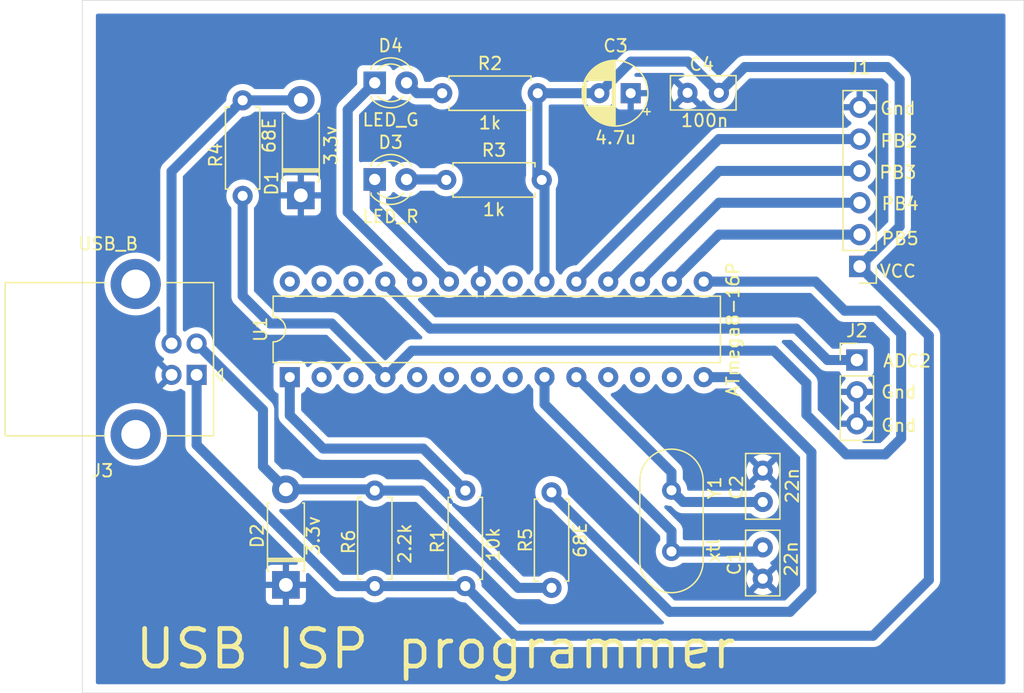
<source format=kicad_pcb>
(kicad_pcb (version 20240108) (generator "pcbnew") (generator_version "8.0")
  (layers (0 "F.Cu" signal) (31 "B.Cu" signal) (34 "B.Paste" user) (35 "F.Paste" user) (36 "B.SilkS" user "B.Silkscreen") (37 "F.SilkS" user "F.Silkscreen") (38 "B.Mask" user) (39 "F.Mask" user) (44 "Edge.Cuts" user))
  (net 0 "")
  (net 1 "Net-(U1-PB6{slash}XTAL1)")
  (net 2 "/Gnd")
  (net 3 "Net-(U1-PB7{slash}XTAL2)")
  (net 4 "/Vcc")
  (net 5 "Net-(D1-A)")
  (net 6 "Net-(D2-A)")
  (net 7 "Net-(D3-A)")
  (net 8 "Net-(D3-K)")
  (net 9 "Net-(D4-K)")
  (net 10 "Net-(D4-A)")
  (net 11 "Net-(J1-Pin_5)")
  (net 12 "Net-(J1-Pin_3)")
  (net 13 "Net-(J1-Pin_2)")
  (net 14 "Net-(J2-Pin_1)")
  (net 17 "Net-(U1-PC6{slash}~{RESET})")
  (net 18 "Net-(U1-PB1)")
  (net 19 "Net-(U1-PB0)")
  (net 33 "Net-(J1-Pin_4)")
  (footprint "Resistor_THT:R_Axial_DIN0207_L6.3mm_D2.5mm_P7.62mm_Horizontal" (layer "F.Cu") (at 152.31 76.1)
    (property "Reference" "R2" (at 3.81 -2.37 0) (layer "F.SilkS"))
    (property "Value" "1k" (at 3.81 2.37 0) (layer "F.SilkS"))
    (fp_line (start 0.54 -1.37) (end 7.08 -1.37) (stroke (width 0.12)) (layer "F.SilkS"))
    (fp_line (start 0.54 -1.04) (end 0.54 -1.37) (stroke (width 0.12)) (layer "F.SilkS"))
    (fp_line (start 0.54 1.04) (end 0.54 1.37) (stroke (width 0.12)) (layer "F.SilkS"))
    (fp_line (start 0.54 1.37) (end 7.08 1.37) (stroke (width 0.12)) (layer "F.SilkS"))
    (fp_line (start 7.08 -1.37) (end 7.08 -1.04) (stroke (width 0.12)) (layer "F.SilkS"))
    (fp_line (start 7.08 1.37) (end 7.08 1.04) (stroke (width 0.12)) (layer "F.SilkS"))
    (pad "1" thru_hole circle (at 0 0) (size 1.6 1.6) (drill 0.8) (layers "*.Cu" "*.Mask") (net 10 "Net-(D4-A)"))
    (pad "2" thru_hole oval (at 7.62 0) (size 1.6 1.6) (drill 0.8) (layers "*.Cu" "*.Mask") (net 4 "/Vcc"))
  )
  (footprint "Resistor_THT:R_Axial_DIN0207_L6.3mm_D2.5mm_P7.62mm_Horizontal" (layer "F.Cu") (at 161.03 115.56 90)
    (property "Reference" "R5" (at 3.81 -2.08 90) (layer "F.SilkS"))
    (property "Value" "68E" (at 3.81 2.29 90) (layer "F.SilkS"))
    (fp_line (start 7.08 -1.37) (end 7.08 -1.04) (stroke (width 0.12)) (layer "F.SilkS"))
    (fp_line (start 0.54 -1.37) (end 7.08 -1.37) (stroke (width 0.12)) (layer "F.SilkS"))
    (fp_line (start 0.54 -1.04) (end 0.54 -1.37) (stroke (width 0.12)) (layer "F.SilkS"))
    (fp_line (start 0.54 1.04) (end 0.54 1.37) (stroke (width 0.12)) (layer "F.SilkS"))
    (fp_line (start 7.08 1.37) (end 7.08 1.04) (stroke (width 0.12)) (layer "F.SilkS"))
    (fp_line (start 0.54 1.37) (end 7.08 1.37) (stroke (width 0.12)) (layer "F.SilkS"))
    (pad "1" thru_hole circle (at 0 0 90) (size 1.6 1.6) (drill 0.8) (layers "*.Cu" "*.Mask") (net 6 "Net-(D2-A)"))
    (pad "2" thru_hole oval (at 7.62 0 90) (size 1.6 1.6) (drill 0.8) (layers "*.Cu" "*.Mask") (net 19 "Net-(U1-PB0)"))
  )
  (footprint "Connector_PinHeader_2.54mm:PinHeader_1x03_P2.54mm_Vertical" (layer "F.Cu") (at 185.39 97.385)
    (property "Reference" "J2" (at 0 -2.33 0) (layer "F.SilkS"))
    (property "Value" "Conn_01x03_Pin" (hide yes))
    (fp_line (start -1.33 -1.33) (end 0 -1.33) (stroke (width 0.12)) (layer "F.SilkS"))
    (fp_line (start -1.33 0) (end -1.33 -1.33) (stroke (width 0.12)) (layer "F.SilkS"))
    (fp_line (start -1.33 1.27) (end -1.33 6.41) (stroke (width 0.12)) (layer "F.SilkS"))
    (fp_line (start -1.33 1.27) (end 1.33 1.27) (stroke (width 0.12)) (layer "F.SilkS"))
    (fp_line (start -1.33 6.41) (end 1.33 6.41) (stroke (width 0.12)) (layer "F.SilkS"))
    (fp_line (start 1.33 1.27) (end 1.33 6.41) (stroke (width 0.12)) (layer "F.SilkS"))
    (pad "1" thru_hole rect (at 0 0) (size 1.7 1.7) (drill 1) (layers "*.Cu" "*.Mask") (net 14 "Net-(J2-Pin_1)"))
    (pad "2" thru_hole oval (at 0 2.54) (size 1.7 1.7) (drill 1) (layers "*.Cu" "*.Mask") (net 2 "/Gnd"))
    (pad "3" thru_hole oval (at 0 5.08) (size 1.7 1.7) (drill 1) (layers "*.Cu" "*.Mask") (net 2 "/Gnd"))
  )
  (footprint "Resistor_THT:R_Axial_DIN0207_L6.3mm_D2.5mm_P7.62mm_Horizontal" (layer "F.Cu") (at 146.93 107.8 -90)
    (property "Reference" "R6" (at 4.09 2.09 90) (layer "F.SilkS"))
    (property "Value" "2.2k" (at 4.23 -2.4 90) (layer "F.SilkS"))
    (fp_line (start 0.54 1.37) (end 7.08 1.37) (stroke (width 0.12)) (layer "F.SilkS"))
    (fp_line (start 7.08 1.37) (end 7.08 1.04) (stroke (width 0.12)) (layer "F.SilkS"))
    (fp_line (start 0.54 1.04) (end 0.54 1.37) (stroke (width 0.12)) (layer "F.SilkS"))
    (fp_line (start 0.54 -1.04) (end 0.54 -1.37) (stroke (width 0.12)) (layer "F.SilkS"))
    (fp_line (start 0.54 -1.37) (end 7.08 -1.37) (stroke (width 0.12)) (layer "F.SilkS"))
    (fp_line (start 7.08 -1.37) (end 7.08 -1.04) (stroke (width 0.12)) (layer "F.SilkS"))
    (pad "1" thru_hole circle (at 0 0 270) (size 1.6 1.6) (drill 0.8) (layers "*.Cu" "*.Mask") (net 6 "Net-(D2-A)"))
    (pad "2" thru_hole oval (at 7.62 0 270) (size 1.6 1.6) (drill 0.8) (layers "*.Cu" "*.Mask") (net 4 "/Vcc"))
  )
  (footprint "Resistor_THT:R_Axial_DIN0207_L6.3mm_D2.5mm_P7.62mm_Horizontal" (layer "F.Cu") (at 152.63 83.02)
    (property "Reference" "R3" (at 3.81 -2.37 0) (layer "F.SilkS"))
    (property "Value" "1k" (at 3.81 2.37 0) (layer "F.SilkS"))
    (fp_line (start 0.54 -1.37) (end 7.08 -1.37) (stroke (width 0.12)) (layer "F.SilkS"))
    (fp_line (start 0.54 -1.04) (end 0.54 -1.37) (stroke (width 0.12)) (layer "F.SilkS"))
    (fp_line (start 0.54 1.04) (end 0.54 1.37) (stroke (width 0.12)) (layer "F.SilkS"))
    (fp_line (start 0.54 1.37) (end 7.08 1.37) (stroke (width 0.12)) (layer "F.SilkS"))
    (fp_line (start 7.08 -1.37) (end 7.08 -1.04) (stroke (width 0.12)) (layer "F.SilkS"))
    (fp_line (start 7.08 1.37) (end 7.08 1.04) (stroke (width 0.12)) (layer "F.SilkS"))
    (pad "1" thru_hole circle (at 0 0) (size 1.6 1.6) (drill 0.8) (layers "*.Cu" "*.Mask") (net 7 "Net-(D3-A)"))
    (pad "2" thru_hole oval (at 7.62 0) (size 1.6 1.6) (drill 0.8) (layers "*.Cu" "*.Mask") (net 4 "/Vcc"))
  )
  (footprint "Capacitor_THT:CP_Radial_D5.0mm_P2.50mm" (layer "F.Cu") (at 167.345113 76.1 180)
    (property "Reference" "C3" (at 1.205113 3.78 0) (layer "F.SilkS"))
    (property "Value" "4.7u" (at 1.205113 -3.56 0) (layer "F.SilkS"))
    (fp_line (start 3.851 -0.284) (end 3.851 0.284) (stroke (width 0.12)) (layer "F.SilkS"))
    (fp_line (start 3.811 -0.518) (end 3.811 0.518) (stroke (width 0.12)) (layer "F.SilkS"))
    (fp_line (start 3.771 -0.677) (end 3.771 0.677) (stroke (width 0.12)) (layer "F.SilkS"))
    (fp_line (start 3.730999 -0.805) (end 3.730999 0.805) (stroke (width 0.12)) (layer "F.SilkS"))
    (fp_line (start 3.691 -0.915) (end 3.691 0.915) (stroke (width 0.12)) (layer "F.SilkS"))
    (fp_line (start 3.651 -1.011) (end 3.651 1.011) (stroke (width 0.12)) (layer "F.SilkS"))
    (fp_line (start 3.611 -1.098) (end 3.611 1.098) (stroke (width 0.12)) (layer "F.SilkS"))
    (fp_line (start 3.571 -1.178) (end 3.571 1.178) (stroke (width 0.12)) (layer "F.SilkS"))
    (fp_line (start 3.531 1.04) (end 3.531 1.251001) (stroke (width 0.12)) (layer "F.SilkS"))
    (fp_line (start 3.531 -1.251001) (end 3.531 -1.04) (stroke (width 0.12)) (layer "F.SilkS"))
    (fp_line (start 3.491 1.04) (end 3.491 1.319) (stroke (width 0.12)) (layer "F.SilkS"))
    (fp_line (start 3.491 -1.319) (end 3.491 -1.04) (stroke (width 0.12)) (layer "F.SilkS"))
    (fp_line (start 3.451 1.040001) (end 3.451 1.383) (stroke (width 0.12)) (layer "F.SilkS"))
    (fp_line (start 3.451 -1.383) (end 3.451 -1.040001) (stroke (width 0.12)) (layer "F.SilkS"))
    (fp_line (start 3.411 1.04) (end 3.411 1.443) (stroke (width 0.12)) (layer "F.SilkS"))
    (fp_line (start 3.411 -1.443) (end 3.411 -1.04) (stroke (width 0.12)) (layer "F.SilkS"))
    (fp_line (start 3.371 1.04) (end 3.371 1.5) (stroke (width 0.12)) (layer "F.SilkS"))
    (fp_line (start 3.371 -1.5) (end 3.371 -1.04) (stroke (width 0.12)) (layer "F.SilkS"))
    (fp_line (start 3.331 1.04) (end 3.331 1.554) (stroke (width 0.12)) (layer "F.SilkS"))
    (fp_line (start 3.331 -1.554) (end 3.331 -1.04) (stroke (width 0.12)) (layer "F.SilkS"))
    (fp_line (start 3.291 -1.605) (end 3.290999 -1.04) (stroke (width 0.12)) (layer "F.SilkS"))
    (fp_line (start 3.290999 1.04) (end 3.291 1.605) (stroke (width 0.12)) (layer "F.SilkS"))
    (fp_line (start 3.251001 -1.653) (end 3.251 -1.04) (stroke (width 0.12)) (layer "F.SilkS"))
    (fp_line (start 3.251 1.04) (end 3.251001 1.653) (stroke (width 0.12)) (layer "F.SilkS"))
    (fp_line (start 3.211 1.04) (end 3.210999 1.699) (stroke (width 0.12)) (layer "F.SilkS"))
    (fp_line (start 3.210999 -1.699) (end 3.211 -1.04) (stroke (width 0.12)) (layer "F.SilkS"))
    (fp_line (start 3.171001 1.04) (end 3.171 1.743001) (stroke (width 0.12)) (layer "F.SilkS"))
    (fp_line (start 3.171 -1.743001) (end 3.171001 -1.04) (stroke (width 0.12)) (layer "F.SilkS"))
    (fp_line (start 3.131 1.04) (end 3.131 1.785) (stroke (width 0.12)) (layer "F.SilkS"))
    (fp_line (start 3.131 -1.785) (end 3.131 -1.04) (stroke (width 0.12)) (layer "F.SilkS"))
    (fp_line (start 3.091 1.04) (end 3.091 1.826) (stroke (width 0.12)) (layer "F.SilkS"))
    (fp_line (start 3.091 -1.826) (end 3.091 -1.04) (stroke (width 0.12)) (layer "F.SilkS"))
    (fp_line (start 3.051 1.04) (end 3.051 1.864) (stroke (width 0.12)) (layer "F.SilkS"))
    (fp_line (start 3.051 -1.864) (end 3.051 -1.04) (stroke (width 0.12)) (layer "F.SilkS"))
    (fp_line (start 3.011001 -1.901) (end 3.011 -1.040001) (stroke (width 0.12)) (layer "F.SilkS"))
    (fp_line (start 3.011 1.040001) (end 3.011001 1.901) (stroke (width 0.12)) (layer "F.SilkS"))
    (fp_line (start 2.971 1.04) (end 2.971 1.937) (stroke (width 0.12)) (layer "F.SilkS"))
    (fp_line (start 2.971 -1.937) (end 2.971 -1.04) (stroke (width 0.12)) (layer "F.SilkS"))
    (fp_line (start 2.931 1.04) (end 2.931 1.970999) (stroke (width 0.12)) (layer "F.SilkS"))
    (fp_line (start 2.931 -1.970999) (end 2.931 -1.04) (stroke (width 0.12)) (layer "F.SilkS"))
    (fp_line (start 2.891 1.04) (end 2.891 2.004) (stroke (width 0.12)) (layer "F.SilkS"))
    (fp_line (start 2.891 -2.004) (end 2.891 -1.04) (stroke (width 0.12)) (layer "F.SilkS"))
    (fp_line (start 2.851 -2.035) (end 2.850999 -1.04) (stroke (width 0.12)) (layer "F.SilkS"))
    (fp_line (start 2.850999 1.04) (end 2.851 2.035) (stroke (width 0.12)) (layer "F.SilkS"))
    (fp_line (start 2.811 1.04) (end 2.811 2.065) (stroke (width 0.12)) (layer "F.SilkS"))
    (fp_line (start 2.811 -2.065) (end 2.811 -1.04) (stroke (width 0.12)) (layer "F.SilkS"))
    (fp_line (start 2.771 1.04) (end 2.771 2.095) (stroke (width 0.12)) (layer "F.SilkS"))
    (fp_line (start 2.771 -2.095) (end 2.771 -1.04) (stroke (width 0.12)) (layer "F.SilkS"))
    (fp_line (start 2.731001 1.04) (end 2.731 2.122) (stroke (width 0.12)) (layer "F.SilkS"))
    (fp_line (start 2.731 -2.122) (end 2.731001 -1.04) (stroke (width 0.12)) (layer "F.SilkS"))
    (fp_line (start 2.691 1.04) (end 2.691 2.149) (stroke (width 0.12)) (layer "F.SilkS"))
    (fp_line (start 2.691 -2.149) (end 2.691 -1.04) (stroke (width 0.12)) (layer "F.SilkS"))
    (fp_line (start 2.651 1.04) (end 2.651 2.175) (stroke (width 0.12)) (layer "F.SilkS"))
    (fp_line (start 2.651 -2.175) (end 2.651 -1.04) (stroke (width 0.12)) (layer "F.SilkS"))
    (fp_line (start 2.611 1.04) (end 2.611 2.2) (stroke (width 0.12)) (layer "F.SilkS"))
    (fp_line (start 2.611 -2.2) (end 2.611 -1.04) (stroke (width 0.12)) (layer "F.SilkS"))
    (fp_line (start 2.571 1.040001) (end 2.571 2.224) (stroke (width 0.12)) (layer "F.SilkS"))
    (fp_line (start 2.571 -2.224) (end 2.571 -1.040001) (stroke (width 0.12)) (layer "F.SilkS"))
    (fp_line (start 2.531 1.04) (end 2.531 2.247) (stroke (width 0.12)) (layer "F.SilkS"))
    (fp_line (start 2.531 -2.247) (end 2.531 -1.04) (stroke (width 0.12)) (layer "F.SilkS"))
    (fp_line (start 2.491 1.04) (end 2.491 2.268) (stroke (width 0.12)) (layer "F.SilkS"))
    (fp_line (start 2.491 -2.268) (end 2.491 -1.04) (stroke (width 0.12)) (layer "F.SilkS"))
    (fp_line (start 2.451 1.04) (end 2.451 2.29) (stroke (width 0.12)) (layer "F.SilkS"))
    (fp_line (start 2.451 -2.29) (end 2.451 -1.04) (stroke (width 0.12)) (layer "F.SilkS"))
    (fp_line (start 2.411 1.040001) (end 2.411 2.31) (stroke (width 0.12)) (layer "F.SilkS"))
    (fp_line (start 2.411 -2.31) (end 2.411 -1.040001) (stroke (width 0.12)) (layer "F.SilkS"))
    (fp_line (start 2.371 1.04) (end 2.371 2.329) (stroke (width 0.12)) (layer "F.SilkS"))
    (fp_line (start 2.371 -2.329) (end 2.371 -1.04) (stroke (width 0.12)) (layer "F.SilkS"))
    (fp_line (start 2.331 1.04) (end 2.331 2.348) (stroke (width 0.12)) (layer "F.SilkS"))
    (fp_line (start 2.331 -2.348) (end 2.331 -1.04) (stroke (width 0.12)) (layer "F.SilkS"))
    (fp_line (start 2.291001 1.04) (end 2.291 2.365) (stroke (width 0.12)) (layer "F.SilkS"))
    (fp_line (start 2.291 -2.365) (end 2.291001 -1.04) (stroke (width 0.12)) (layer "F.SilkS"))
    (fp_line (start 2.251 -2.382) (end 2.250999 -1.04) (stroke (width 0.12)) (layer "F.SilkS"))
    (fp_line (start 2.250999 1.04) (end 2.251 2.382) (stroke (width 0.12)) (layer "F.SilkS"))
    (fp_line (start 2.211 1.04) (end 2.211 2.398) (stroke (width 0.12)) (layer "F.SilkS"))
    (fp_line (start 2.211 -2.398) (end 2.211 -1.04) (stroke (width 0.12)) (layer "F.SilkS"))
    (fp_line (start 2.171 1.04) (end 2.171 2.414) (stroke (width 0.12)) (layer "F.SilkS"))
    (fp_line (start 2.171 -2.414) (end 2.171 -1.04) (stroke (width 0.12)) (layer "F.SilkS"))
    (fp_line (start 2.131 1.040001) (end 2.131 2.428) (stroke (width 0.12)) (layer "F.SilkS"))
    (fp_line (start 2.131 -2.428) (end 2.131 -1.040001) (stroke (width 0.12)) (layer "F.SilkS"))
    (fp_line (start 2.091 1.04) (end 2.091 2.442) (stroke (width 0.12)) (layer "F.SilkS"))
    (fp_line (start 2.091 -2.442) (end 2.091 -1.04) (stroke (width 0.12)) (layer "F.SilkS"))
    (fp_line (start 2.051 1.04) (end 2.051 2.455) (stroke (width 0.12)) (layer "F.SilkS"))
    (fp_line (start 2.051 -2.455) (end 2.051 -1.04) (stroke (width 0.12)) (layer "F.SilkS"))
    (fp_line (start 2.011 1.04) (end 2.011 2.468) (stroke (width 0.12)) (layer "F.SilkS"))
    (fp_line (start 2.011 -2.468) (end 2.011 -1.04) (stroke (width 0.12)) (layer "F.SilkS"))
    (fp_line (start 1.971 1.040001) (end 1.971 2.48) (stroke (width 0.12)) (layer "F.SilkS"))
    (fp_line (start 1.971 -2.48) (end 1.971 -1.040001) (stroke (width 0.12)) (layer "F.SilkS"))
    (fp_line (start 1.93 1.04) (end 1.93 2.491) (stroke (width 0.12)) (layer "F.SilkS"))
    (fp_line (start 1.93 -2.491) (end 1.93 -1.04) (stroke (width 0.12)) (layer "F.SilkS"))
    (fp_line (start 1.89 1.04) (end 1.89 2.501) (stroke (width 0.12)) (layer "F.SilkS"))
    (fp_line (start 1.89 -2.501) (end 1.89 -1.04) (stroke (width 0.12)) (layer "F.SilkS"))
    (fp_line (start 1.85 1.040001) (end 1.85 2.511001) (stroke (width 0.12)) (layer "F.SilkS"))
    (fp_line (start 1.85 -2.511001) (end 1.85 -1.040001) (stroke (width 0.12)) (layer "F.SilkS"))
    (fp_line (start 1.81 1.04) (end 1.81 2.52) (stroke (width 0.12)) (layer "F.SilkS"))
    (fp_line (start 1.81 -2.52) (end 1.81 -1.04) (stroke (width 0.12)) (layer "F.SilkS"))
    (fp_line (start 1.77 1.04) (end 1.77 2.528) (stroke (width 0.12)) (layer "F.SilkS"))
    (fp_line (start 1.77 -2.528) (end 1.77 -1.04) (stroke (width 0.12)) (layer "F.SilkS"))
    (fp_line (start 1.73 1.04) (end 1.73 2.536) (stroke (width 0.12)) (layer "F.SilkS"))
    (fp_line (start 1.73 -2.536) (end 1.73 -1.04) (stroke (width 0.12)) (layer "F.SilkS"))
    (fp_line (start 1.69 1.040001) (end 1.69 2.543) (stroke (width 0.12)) (layer "F.SilkS"))
    (fp_line (start 1.69 -2.543) (end 1.69 -1.040001) (stroke (width 0.12)) (layer "F.SilkS"))
    (fp_line (start 1.65 1.04) (end 1.65 2.55) (stroke (width 0.12)) (layer "F.SilkS"))
    (fp_line (start 1.65 -2.55) (end 1.65 -1.04) (stroke (width 0.12)) (layer "F.SilkS"))
    (fp_line (start 1.61 1.04) (end 1.61 2.556) (stroke (width 0.12)) (layer "F.SilkS"))
    (fp_line (start 1.61 -2.556) (end 1.61 -1.04) (stroke (width 0.12)) (layer "F.SilkS"))
    (fp_line (start 1.57 1.04) (end 1.57 2.561) (stroke (width 0.12)) (layer "F.SilkS"))
    (fp_line (start 1.57 -2.561) (end 1.57 -1.04) (stroke (width 0.12)) (layer "F.SilkS"))
    (fp_line (start 1.529999 1.04) (end 1.529999 2.565) (stroke (width 0.12)) (layer "F.SilkS"))
    (fp_line (start 1.529999 -2.565) (end 1.529999 -1.04) (stroke (width 0.12)) (layer "F.SilkS"))
    (fp_line (start 1.49 1.04) (end 1.49 2.569) (stroke (width 0.12)) (layer "F.SilkS"))
    (fp_line (start 1.49 -2.569) (end 1.49 -1.04) (stroke (width 0.12)) (layer "F.SilkS"))
    (fp_line (start 1.45 -2.573) (end 1.45 2.573) (stroke (width 0.12)) (layer "F.SilkS"))
    (fp_line (start 1.41 -2.576001) (end 1.41 2.576001) (stroke (width 0.12)) (layer "F.SilkS"))
    (fp_line (start 1.37 -2.578) (end 1.37 2.578) (stroke (width 0.12)) (layer "F.SilkS"))
    (fp_line (start 1.33 -2.578999) (end 1.33 2.578999) (stroke (width 0.12)) (layer "F.SilkS"))
    (fp_line (start 1.29 -2.58) (end 1.29 2.58) (stroke (width 0.12)) (layer "F.SilkS"))
    (fp_line (start 1.25 -2.58) (end 1.25 2.58) (stroke (width 0.12)) (layer "F.SilkS"))
    (fp_line (start -1.304775 -1.725) (end -1.304775 -1.225) (stroke (width 0.12)) (layer "F.SilkS"))
    (fp_line (start -1.554774 -1.475) (end -1.054775 -1.475) (stroke (width 0.12)) (layer "F.SilkS"))
    (fp_circle (center 1.249999 0) (end 3.87 0) (stroke (width 0.12)) (fill none) (layer "F.SilkS"))
    (pad "1" thru_hole rect (at 0 0 180) (size 1.6 1.6) (drill 0.8) (layers "*.Cu" "*.Mask") (net 2 "/Gnd"))
    (pad "2" thru_hole circle (at 2.5 0 180) (size 1.6 1.6) (drill 0.8) (layers "*.Cu" "*.Mask") (net 4 "/Vcc"))
  )
  (footprint "Resistor_THT:R_Axial_DIN0207_L6.3mm_D2.5mm_P7.62mm_Horizontal" (layer "F.Cu") (at 136.39 76.67 -90)
    (property "Reference" "R4" (at 4.37 2.15 90) (layer "F.SilkS"))
    (property "Value" "68E" (at 2.8 -2.11 90) (layer "F.SilkS"))
    (fp_line (start 0.54 1.37) (end 7.08 1.37) (stroke (width 0.12)) (layer "F.SilkS"))
    (fp_line (start 7.08 1.37) (end 7.08 1.04) (stroke (width 0.12)) (layer "F.SilkS"))
    (fp_line (start 0.54 1.04) (end 0.54 1.37) (stroke (width 0.12)) (layer "F.SilkS"))
    (fp_line (start 0.54 -1.04) (end 0.54 -1.37) (stroke (width 0.12)) (layer "F.SilkS"))
    (fp_line (start 0.54 -1.37) (end 7.08 -1.37) (stroke (width 0.12)) (layer "F.SilkS"))
    (fp_line (start 7.08 -1.37) (end 7.08 -1.04) (stroke (width 0.12)) (layer "F.SilkS"))
    (pad "1" thru_hole circle (at 0 0 270) (size 1.6 1.6) (drill 0.8) (layers "*.Cu" "*.Mask") (net 5 "Net-(D1-A)"))
    (pad "2" thru_hole oval (at 7.62 0 270) (size 1.6 1.6) (drill 0.8) (layers "*.Cu" "*.Mask") (net 18 "Net-(U1-PB1)"))
  )
  (footprint "Resistor_THT:R_Axial_DIN0207_L6.3mm_D2.5mm_P7.62mm_Horizontal" (layer "F.Cu") (at 154.15 107.8 -90)
    (property "Reference" "R1" (at 4.02 2.22 90) (layer "F.SilkS"))
    (property "Value" "10k" (at 4.3 -2.23 90) (layer "F.SilkS"))
    (fp_line (start 0.54 1.37) (end 7.08 1.37) (stroke (width 0.12)) (layer "F.SilkS"))
    (fp_line (start 7.08 1.37) (end 7.08 1.04) (stroke (width 0.12)) (layer "F.SilkS"))
    (fp_line (start 0.54 1.04) (end 0.54 1.37) (stroke (width 0.12)) (layer "F.SilkS"))
    (fp_line (start 0.54 -1.04) (end 0.54 -1.37) (stroke (width 0.12)) (layer "F.SilkS"))
    (fp_line (start 0.54 -1.37) (end 7.08 -1.37) (stroke (width 0.12)) (layer "F.SilkS"))
    (fp_line (start 7.08 -1.37) (end 7.08 -1.04) (stroke (width 0.12)) (layer "F.SilkS"))
    (pad "1" thru_hole circle (at 0 0 270) (size 1.6 1.6) (drill 0.8) (layers "*.Cu" "*.Mask") (net 17 "Net-(U1-PC6{slash}~{RESET})"))
    (pad "2" thru_hole oval (at 7.62 0 270) (size 1.6 1.6) (drill 0.8) (layers "*.Cu" "*.Mask") (net 4 "/Vcc"))
  )
  (footprint "Connector_PinHeader_2.54mm:PinHeader_1x06_P2.54mm_Vertical" (layer "F.Cu") (at 185.61 89.92 180)
    (property "Reference" "J1" (at 0 15.85 360) (layer "F.SilkS"))
    (property "Value" "Conn_01x06_Pin" (hide yes))
    (fp_line (start 1.33 1.270001) (end 1.33 14.03) (stroke (width 0.12)) (layer "F.SilkS"))
    (fp_line (start -1.33 14.03) (end 1.33 14.03) (stroke (width 0.12)) (layer "F.SilkS"))
    (fp_line (start -1.33 1.270001) (end 1.33 1.270001) (stroke (width 0.12)) (layer "F.SilkS"))
    (fp_line (start -1.33 1.270001) (end -1.33 14.03) (stroke (width 0.12)) (layer "F.SilkS"))
    (fp_line (start -1.33 0) (end -1.33 -1.33) (stroke (width 0.12)) (layer "F.SilkS"))
    (fp_line (start -1.33 -1.33) (end 0 -1.33) (stroke (width 0.12)) (layer "F.SilkS"))
    (pad "1" thru_hole rect (at 0 0 180) (size 1.7 1.7) (drill 1) (layers "*.Cu" "*.Mask") (net 4 "/Vcc"))
    (pad "2" thru_hole oval (at 0 2.54 180) (size 1.7 1.7) (drill 1) (layers "*.Cu" "*.Mask") (net 13 "Net-(J1-Pin_2)"))
    (pad "3" thru_hole oval (at 0 5.079999 180) (size 1.7 1.7) (drill 1) (layers "*.Cu" "*.Mask") (net 12 "Net-(J1-Pin_3)"))
    (pad "4" thru_hole oval (at 0 7.62 180) (size 1.7 1.7) (drill 1) (layers "*.Cu" "*.Mask") (net 33 "Net-(J1-Pin_4)"))
    (pad "5" thru_hole oval (at 0 10.16 180) (size 1.7 1.7) (drill 1) (layers "*.Cu" "*.Mask") (net 11 "Net-(J1-Pin_5)"))
    (pad "6" thru_hole oval (at 0 12.7 180) (size 1.7 1.7) (drill 1) (layers "*.Cu" "*.Mask") (net 2 "/Gnd"))
  )
  (footprint "Capacitor_THT:C_Disc_D5.0mm_W2.5mm_P2.50mm" (layer "F.Cu") (at 171.88 76.07)
    (property "Reference" "C4" (at 1.13 -2.27 360) (layer "F.SilkS"))
    (property "Value" "100n" (at 1.37 2.21 360) (layer "F.SilkS"))
    (fp_line (start -1.37 -1.37) (end -1.37 1.37) (stroke (width 0.12)) (layer "F.SilkS"))
    (fp_line (start -1.37 -1.37) (end 3.87 -1.37) (stroke (width 0.12)) (layer "F.SilkS"))
    (fp_line (start -1.37 1.37) (end 3.87 1.37) (stroke (width 0.12)) (layer "F.SilkS"))
    (fp_line (start 3.87 -1.37) (end 3.87 1.37) (stroke (width 0.12)) (layer "F.SilkS"))
    (pad "1" thru_hole circle (at 0 0) (size 1.6 1.6) (drill 0.8) (layers "*.Cu" "*.Mask") (net 2 "/Gnd"))
    (pad "2" thru_hole circle (at 2.5 0) (size 1.6 1.6) (drill 0.8) (layers "*.Cu" "*.Mask") (net 4 "/Vcc"))
  )
  (footprint "LED_THT:LED_D3.0mm" (layer "F.Cu") (at 146.925 82.98)
    (property "Reference" "D3" (at 1.27 -2.96 0) (layer "F.SilkS"))
    (property "Value" "LED_R" (at 1.27 2.96 0) (layer "F.SilkS"))
    (fp_line (start -0.29 -1.236) (end -0.29 -1.08) (stroke (width 0.12)) (layer "F.SilkS"))
    (fp_line (start -0.29 1.08) (end -0.29 1.236) (stroke (width 0.12)) (layer "F.SilkS"))
    (fp_arc (start -0.29 -1.235516) (mid 1.366487 -1.987659) (end 2.942335 -1.078608) (stroke (width 0.12)) (layer "F.SilkS"))
    (fp_arc (start 0.229039 -1.08) (mid 1.270117 -1.5) (end 2.31113 -1.079837) (stroke (width 0.12)) (layer "F.SilkS"))
    (fp_arc (start 2.31113 1.079837) (mid 1.270117 1.5) (end 0.229039 1.08) (stroke (width 0.12)) (layer "F.SilkS"))
    (fp_arc (start 2.942335 1.078608) (mid 1.366487 1.987659) (end -0.29 1.235516) (stroke (width 0.12)) (layer "F.SilkS"))
    (pad "1" thru_hole rect (at 0 0) (size 1.8 1.8) (drill 0.9) (layers "*.Cu" "*.Mask") (net 8 "Net-(D3-K)"))
    (pad "2" thru_hole circle (at 2.54 0) (size 1.8 1.8) (drill 0.9) (layers "*.Cu" "*.Mask") (net 7 "Net-(D3-A)"))
  )
  (footprint "Capacitor_THT:C_Disc_D5.0mm_W2.5mm_P2.50mm" (layer "F.Cu") (at 177.88 106.21 -90)
    (property "Reference" "C2" (at 1.34 2.09 90) (layer "F.SilkS"))
    (property "Value" "22n" (at 1.2 -2.36 90) (layer "F.SilkS"))
    (fp_line (start -1.37 1.37) (end 3.87 1.37) (stroke (width 0.12)) (layer "F.SilkS"))
    (fp_line (start -1.37 -1.37) (end -1.37 1.37) (stroke (width 0.12)) (layer "F.SilkS"))
    (fp_line (start -1.37 -1.37) (end 3.87 -1.37) (stroke (width 0.12)) (layer "F.SilkS"))
    (fp_line (start 3.87 -1.37) (end 3.87 1.37) (stroke (width 0.12)) (layer "F.SilkS"))
    (pad "1" thru_hole circle (at 0 0 270) (size 1.6 1.6) (drill 0.8) (layers "*.Cu" "*.Mask") (net 2 "/Gnd"))
    (pad "2" thru_hole circle (at 2.5 0 270) (size 1.6 1.6) (drill 0.8) (layers "*.Cu" "*.Mask") (net 3 "Net-(U1-PB7{slash}XTAL2)"))
  )
  (footprint "Connector_USB:USB_B_Lumberg_2411_02_Horizontal" (layer "F.Cu") (at 132.7175 98.57 180)
    (property "Reference" "J3" (at 7.5 -7.65 360) (layer "F.SilkS"))
    (property "Value" "USB_B" (at 7.05 10.45 360) (layer "F.SilkS"))
    (fp_line (start 15.270001 -4.86) (end 7.3 -4.859999) (stroke (width 0.12)) (layer "F.SilkS"))
    (fp_line (start 15.27 7.359999) (end 15.270001 -4.86) (stroke (width 0.12)) (layer "F.SilkS"))
    (fp_line (start 15.27 7.359999) (end 7.3 7.359999) (stroke (width 0.12)) (layer "F.SilkS"))
    (fp_line (start -1.35 7.36) (end 2.4 7.36) (stroke (width 0.12)) (layer "F.SilkS"))
    (fp_line (start -1.35 7.36) (end -1.35 -4.86) (stroke (width 0.12)) (layer "F.SilkS"))
    (fp_line (start -1.35 -4.86) (end 2.4 -4.86) (stroke (width 0.12)) (layer "F.SilkS"))
    (fp_line (start -1.550001 0) (end -2.05 -0.499999) (stroke (width 0.12)) (layer "F.SilkS"))
    (fp_line (start -2.05 0.499999) (end -1.550001 0) (stroke (width 0.12)) (layer "F.SilkS"))
    (fp_line (start -2.05 -0.499999) (end -2.05 0.499999) (stroke (width 0.12)) (layer "F.SilkS"))
    (pad "1" thru_hole rect (at 0 0 270) (size 1.6 1.6) (drill 0.95) (layers "*.Cu" "*.Mask") (net 4 "/Vcc"))
    (pad "2" thru_hole circle (at 0 2.5 270) (size 1.6 1.6) (drill 0.95) (layers "*.Cu" "*.Mask") (net 6 "Net-(D2-A)"))
    (pad "3" thru_hole circle (at 2.000001 2.5 270) (size 1.6 1.6) (drill 0.95) (layers "*.Cu" "*.Mask") (net 5 "Net-(D1-A)"))
    (pad "4" thru_hole circle (at 2.000001 0 270) (size 1.6 1.6) (drill 0.95) (layers "*.Cu" "*.Mask") (net 2 "/Gnd"))
    (pad "5" thru_hole circle (at 4.86 -4.75 270) (size 4 4) (drill 2.3) (layers "*.Cu" "*.Mask"))
    (pad "5" thru_hole circle (at 4.86 7.25 270) (size 4 4) (drill 2.3) (layers "*.Cu" "*.Mask"))
  )
  (footprint "Crystal:Crystal_HC49-4H_Vertical" (layer "F.Cu") (at 170.6 107.779999 -90)
    (property "Reference" "Y1" (at -0.2 -3.45 90) (layer "F.SilkS"))
    (property "Value" "xtl" (at 4.8 -3.35 90) (layer "F.SilkS"))
    (fp_line (start -0.76 2.525) (end 5.64 2.525) (stroke (width 0.12)) (layer "F.SilkS"))
    (fp_line (start -0.76 -2.525) (end 5.64 -2.525) (stroke (width 0.12)) (layer "F.SilkS"))
    (fp_arc (start -0.76 2.525) (mid -3.285 0) (end -0.76 -2.525) (stroke (width 0.12)) (layer "F.SilkS"))
    (fp_arc (start 5.64 -2.525) (mid 8.165 0) (end 5.64 2.525) (stroke (width 0.12)) (layer "F.SilkS"))
    (pad "1" thru_hole circle (at 0 0 270) (size 1.5 1.5) (drill 0.8) (layers "*.Cu" "*.Mask") (net 3 "Net-(U1-PB7{slash}XTAL2)"))
    (pad "2" thru_hole circle (at 4.88 0 270) (size 1.5 1.5) (drill 0.8) (layers "*.Cu" "*.Mask") (net 1 "Net-(U1-PB6{slash}XTAL1)"))
  )
  (footprint "Capacitor_THT:C_Disc_D5.0mm_W2.5mm_P2.50mm" (layer "F.Cu") (at 177.88 114.83 90)
    (property "Reference" "C1" (at 1.25 -2.27 90) (layer "F.SilkS"))
    (property "Value" "22n" (at 1.58 2.27 90) (layer "F.SilkS"))
    (fp_line (start 3.87 -1.37) (end 3.87 1.37) (stroke (width 0.12)) (layer "F.SilkS"))
    (fp_line (start -1.37 -1.37) (end 3.87 -1.37) (stroke (width 0.12)) (layer "F.SilkS"))
    (fp_line (start -1.37 -1.37) (end -1.37 1.37) (stroke (width 0.12)) (layer "F.SilkS"))
    (fp_line (start -1.37 1.37) (end 3.87 1.37) (stroke (width 0.12)) (layer "F.SilkS"))
    (pad "1" thru_hole circle (at 0 0 90) (size 1.6 1.6) (drill 0.8) (layers "*.Cu" "*.Mask") (net 2 "/Gnd"))
    (pad "2" thru_hole circle (at 2.5 0 90) (size 1.6 1.6) (drill 0.8) (layers "*.Cu" "*.Mask") (net 1 "Net-(U1-PB6{slash}XTAL1)"))
  )
  (footprint "Package_DIP:DIP-28_W7.62mm" (layer "F.Cu") (at 140.150001 98.75 90)
    (property "Reference" "U1" (at 3.81 -2.33 90) (layer "F.SilkS"))
    (property "Value" "ATmega8-16P" (at 3.81 35.35 90) (layer "F.SilkS"))
    (fp_line (start 6.46 -1.33) (end 4.810001 -1.33) (stroke (width 0.12)) (layer "F.SilkS"))
    (fp_line (start 2.81 -1.33) (end 1.16 -1.33) (stroke (width 0.12)) (layer "F.SilkS"))
    (fp_line (start 1.16 -1.33) (end 1.16 34.35) (stroke (width 0.12)) (layer "F.SilkS"))
    (fp_line (start 6.46 34.35) (end 6.46 -1.33) (stroke (width 0.12)) (layer "F.SilkS"))
    (fp_line (start 1.16 34.35) (end 6.46 34.35) (stroke (width 0.12)) (layer "F.SilkS"))
    (fp_arc (start 4.810001 -1.33) (mid 3.81 -0.329999) (end 2.81 -1.33) (stroke (width 0.12)) (layer "F.SilkS"))
    (pad "1" thru_hole rect (at 0 0 90) (size 1.6 1.6) (drill 0.8) (layers "*.Cu" "*.Mask") (net 17 "Net-(U1-PC6{slash}~{RESET})"))
    (pad "2" thru_hole oval (at 0 2.54 90) (size 1.6 1.6) (drill 0.8) (layers "*.Cu" "*.Mask"))
    (pad "3" thru_hole oval (at 0 5.079999 90) (size 1.6 1.6) (drill 0.8) (layers "*.Cu" "*.Mask"))
    (pad "4" thru_hole oval (at 0 7.62 90) (size 1.6 1.6) (drill 0.8) (layers "*.Cu" "*.Mask") (net 18 "Net-(U1-PB1)"))
    (pad "5" thru_hole oval (at 0 10.16 90) (size 1.6 1.6) (drill 0.8) (layers "*.Cu" "*.Mask"))
    (pad "6" thru_hole oval (at 0 12.7 90) (size 1.6 1.6) (drill 0.8) (layers "*.Cu" "*.Mask"))
    (pad "7" thru_hole oval (at 0 15.24 90) (size 1.6 1.6) (drill 0.8) (layers "*.Cu" "*.Mask"))
    (pad "8" thru_hole oval (at 0 17.780001 90) (size 1.6 1.6) (drill 0.8) (layers "*.Cu" "*.Mask"))
    (pad "9" thru_hole oval (at 0 20.32 90) (size 1.6 1.6) (drill 0.8) (layers "*.Cu" "*.Mask") (net 1 "Net-(U1-PB6{slash}XTAL1)"))
    (pad "10" thru_hole oval (at 0 22.86 90) (size 1.6 1.6) (drill 0.8) (layers "*.Cu" "*.Mask") (net 3 "Net-(U1-PB7{slash}XTAL2)"))
    (pad "11" thru_hole oval (at 0 25.4 90) (size 1.6 1.6) (drill 0.8) (layers "*.Cu" "*.Mask"))
    (pad "12" thru_hole oval (at 0 27.939999 90) (size 1.6 1.6) (drill 0.8) (layers "*.Cu" "*.Mask"))
    (pad "13" thru_hole oval (at 0 30.48 90) (size 1.6 1.6) (drill 0.8) (layers "*.Cu" "*.Mask"))
    (pad "14" thru_hole oval (at 0 33.02 90) (size 1.6 1.6) (drill 0.8) (layers "*.Cu" "*.Mask") (net 19 "Net-(U1-PB0)"))
    (pad "15" thru_hole oval (at 7.62 33.02 90) (size 1.6 1.6) (drill 0.8) (layers "*.Cu" "*.Mask") (net 18 "Net-(U1-PB1)"))
    (pad "16" thru_hole oval (at 7.62 30.48 90) (size 1.6 1.6) (drill 0.8) (layers "*.Cu" "*.Mask") (net 13 "Net-(J1-Pin_2)"))
    (pad "17" thru_hole oval (at 7.62 27.94 90) (size 1.6 1.6) (drill 0.8) (layers "*.Cu" "*.Mask") (net 12 "Net-(J1-Pin_3)"))
    (pad "18" thru_hole oval (at 7.62 25.4 90) (size 1.6 1.6) (drill 0.8) (layers "*.Cu" "*.Mask") (net 33 "Net-(J1-Pin_4)"))
    (pad "19" thru_hole oval (at 7.62 22.86 90) (size 1.6 1.6) (drill 0.8) (layers "*.Cu" "*.Mask") (net 11 "Net-(J1-Pin_5)"))
    (pad "20" thru_hole oval (at 7.62 20.32 90) (size 1.6 1.6) (drill 0.8) (layers "*.Cu" "*.Mask") (net 4 "/Vcc"))
    (pad "21" thru_hole oval (at 7.62 17.78 90) (size 1.6 1.6) (drill 0.8) (layers "*.Cu" "*.Mask"))
    (pad "22" thru_hole oval (at 7.62 15.24 90) (size 1.6 1.6) (drill 0.8) (layers "*.Cu" "*.Mask") (net 2 "/Gnd"))
    (pad "23" thru_hole oval (at 7.62 12.7 90) (size 1.6 1.6) (drill 0.8) (layers "*.Cu" "*.Mask") (net 8 "Net-(D3-K)"))
    (pad "24" thru_hole oval (at 7.62 10.16 90) (size 1.6 1.6) (drill 0.8) (layers "*.Cu" "*.Mask") (net 9 "Net-(D4-K)"))
    (pad "25" thru_hole oval (at 7.62 7.62 90) (size 1.6 1.6) (drill 0.8) (layers "*.Cu" "*.Mask") (net 14 "Net-(J2-Pin_1)"))
    (pad "26" thru_hole oval (at 7.62 5.08 90) (size 1.6 1.6) (drill 0.8) (layers "*.Cu" "*.Mask"))
    (pad "27" thru_hole oval (at 7.62 2.54 90) (size 1.6 1.6) (drill 0.8) (layers "*.Cu" "*.Mask"))
    (pad "28" thru_hole oval (at 7.62 0 90) (size 1.6 1.6) (drill 0.8) (layers "*.Cu" "*.Mask"))
  )
  (footprint "Diode_THT:D_DO-41_SOD81_P7.62mm_Horizontal" (layer "F.Cu") (at 141.03 84.25 90)
    (property "Reference" "D1" (at 0.97 -2.33 90) (layer "F.SilkS"))
    (property "Value" "3.3v" (at 3.99 2.4 90) (layer "F.SilkS"))
    (fp_line (start 6.53 -1.47) (end 6.53 -1.34) (stroke (width 0.12)) (layer "F.SilkS"))
    (fp_line (start 2.11 -1.47) (end 2.11 1.47) (stroke (width 0.12)) (layer "F.SilkS"))
    (fp_line (start 1.87 -1.47) (end 1.87 1.47) (stroke (width 0.12)) (layer "F.SilkS"))
    (fp_line (start 1.089999 -1.47) (end 6.53 -1.47) (stroke (width 0.12)) (layer "F.SilkS"))
    (fp_line (start 1.99 -1.469999) (end 1.99 1.469999) (stroke (width 0.12)) (layer "F.SilkS"))
    (fp_line (start 1.089999 -1.34) (end 1.089999 -1.47) (stroke (width 0.12)) (layer "F.SilkS"))
    (fp_line (start 1.089999 1.34) (end 1.089999 1.47) (stroke (width 0.12)) (layer "F.SilkS"))
    (fp_line (start 6.53 1.47) (end 6.53 1.34) (stroke (width 0.12)) (layer "F.SilkS"))
    (fp_line (start 1.089999 1.47) (end 6.53 1.47) (stroke (width 0.12)) (layer "F.SilkS"))
    (pad "1" thru_hole rect (at 0 0 90) (size 2.2 2.2) (drill 1.1) (layers "*.Cu" "*.Mask") (net 2 "/Gnd"))
    (pad "2" thru_hole oval (at 7.62 0 90) (size 2.2 2.2) (drill 1.1) (layers "*.Cu" "*.Mask") (net 5 "Net-(D1-A)"))
  )
  (footprint "LED_THT:LED_D3.0mm" (layer "F.Cu") (at 146.925 75.27)
    (property "Reference" "D4" (at 1.27 -2.96 0) (layer "F.SilkS"))
    (property "Value" "LED_G" (at 1.27 2.96 0) (layer "F.SilkS"))
    (fp_line (start -0.29 -1.236) (end -0.29 -1.08) (stroke (width 0.12)) (layer "F.SilkS"))
    (fp_line (start -0.29 1.08) (end -0.29 1.236) (stroke (width 0.12)) (layer "F.SilkS"))
    (fp_arc (start -0.29 -1.235516) (mid 1.366487 -1.987659) (end 2.942335 -1.078608) (stroke (width 0.12)) (layer "F.SilkS"))
    (fp_arc (start 0.229039 -1.08) (mid 1.270117 -1.5) (end 2.31113 -1.079837) (stroke (width 0.12)) (layer "F.SilkS"))
    (fp_arc (start 2.31113 1.079837) (mid 1.270117 1.5) (end 0.229039 1.08) (stroke (width 0.12)) (layer "F.SilkS"))
    (fp_arc (start 2.942335 1.078608) (mid 1.366487 1.987659) (end -0.29 1.235516) (stroke (width 0.12)) (layer "F.SilkS"))
    (pad "1" thru_hole rect (at 0 0) (size 1.8 1.8) (drill 0.9) (layers "*.Cu" "*.Mask") (net 9 "Net-(D4-K)"))
    (pad "2" thru_hole circle (at 2.54 0) (size 1.8 1.8) (drill 0.9) (layers "*.Cu" "*.Mask") (net 10 "Net-(D4-A)"))
  )
  (footprint "Diode_THT:D_DO-41_SOD81_P7.62mm_Horizontal" (layer "F.Cu") (at 139.84 115.32 90)
    (property "Reference" "D2" (at 3.91 -2.29 90) (layer "F.SilkS"))
    (property "Value" "3.3v" (at 3.91 2.19 90) (layer "F.SilkS"))
    (fp_line (start 6.53 -1.47) (end 6.53 -1.34) (stroke (width 0.12)) (layer "F.SilkS"))
    (fp_line (start 2.11 -1.47) (end 2.11 1.47) (stroke (width 0.12)) (layer "F.SilkS"))
    (fp_line (start 1.87 -1.47) (end 1.87 1.47) (stroke (width 0.12)) (layer "F.SilkS"))
    (fp_line (start 1.089999 -1.47) (end 6.53 -1.47) (stroke (width 0.12)) (layer "F.SilkS"))
    (fp_line (start 1.99 -1.469999) (end 1.99 1.469999) (stroke (width 0.12)) (layer "F.SilkS"))
    (fp_line (start 1.089999 -1.34) (end 1.089999 -1.47) (stroke (width 0.12)) (layer "F.SilkS"))
    (fp_line (start 1.089999 1.34) (end 1.089999 1.47) (stroke (width 0.12)) (layer "F.SilkS"))
    (fp_line (start 6.53 1.47) (end 6.53 1.34) (stroke (width 0.12)) (layer "F.SilkS"))
    (fp_line (start 1.089999 1.47) (end 6.53 1.47) (stroke (width 0.12)) (layer "F.SilkS"))
    (pad "1" thru_hole rect (at 0 0 90) (size 2.2 2.2) (drill 1.1) (layers "*.Cu" "*.Mask") (net 2 "/Gnd"))
    (pad "2" thru_hole oval (at 7.62 0 90) (size 2.2 2.2) (drill 1.1) (layers "*.Cu" "*.Mask") (net 6 "Net-(D2-A)"))
  )
  (gr_rect (start 123.6 68.69) (end 198.71 123.93) (stroke (width 0.05)) (fill none) (layer "Edge.Cuts"))
  (gr_text "USB ISP programmer" (at 127.61 120.43 0) (layer "F.SilkS") (effects (font (size 3 3) (thickness 0.375)) (justify left)))
  (gr_text "PB5" (at 188.84 87.7 0) (layer "F.SilkS") (effects (font (size 1 1))))
  (gr_text "PB3\n" (at 188.66 82.42 0) (layer "F.SilkS") (effects (font (size 1 1))))
  (gr_text "ADC2" (at 189.39 97.46 0) (layer "F.SilkS") (effects (font (size 1 1))))
  (gr_text "Gnd" (at 188.74 102.6 0) (layer "F.SilkS") (effects (font (size 1 1))))
  (gr_text "Gnd" (at 188.66 77.31 0) (layer "F.SilkS") (effects (font (size 1 1))))
  (gr_text "VCC" (at 188.66 90.3 0) (layer "F.SilkS") (effects (font (size 1 1))))
  (gr_text "PB2" (at 188.75 79.91 0) (layer "F.SilkS") (effects (font (size 1 1))))
  (gr_text "PB4" (at 188.84 84.92 0) (layer "F.SilkS") (effects (font (size 1 1))))
  (gr_text "Gnd" (at 188.74 99.94 0) (layer "F.SilkS") (effects (font (size 1 1))))
  (segment (start 177.550001 112.659999) (end 177.88 112.33) (width 0.8) (layer "B.Cu") (net 1))
  (segment (start 160.470001 100.900001) (end 160.470001 98.75) (width 0.8) (layer "B.Cu") (net 1))
  (segment (start 170.6 111.03) (end 160.470001 100.900001) (width 0.8) (layer "B.Cu") (net 1))
  (segment (start 170.6 112.659999) (end 177.550001 112.659999) (width 0.8) (layer "B.Cu") (net 1))
  (segment (start 170.6 112.659999) (end 170.6 111.03) (width 0.8) (layer "B.Cu") (net 1))
  (segment (start 170.6 106.339999) (end 163.010001 98.75) (width 0.8) (layer "B.Cu") (net 3))
  (segment (start 170.6 107.779999) (end 170.6 106.339999) (width 0.8) (layer "B.Cu") (net 3))
  (segment (start 177.88 108.71) (end 171.530001 108.71) (width 0.8) (layer "B.Cu") (net 3))
  (segment (start 171.530001 108.71) (end 170.6 107.779999) (width 0.8) (layer "B.Cu") (net 3))
  (segment (start 191.13 114.93) (end 191.13 95.44) (width 0.8) (layer "B.Cu") (net 4))
  (segment (start 160.46 83.01) (end 160.56 82.91) (width 0.8) (layer "B.Cu") (net 4))
  (segment (start 167.365113 73.58) (end 164.845113 76.1) (width 0.8) (layer "B.Cu") (net 4))
  (segment (start 159.9 82.67) (end 159.9 76.13) (width 0.8) (layer "B.Cu") (net 4))
  (segment (start 159.9 76.13) (end 159.93 76.1) (width 0.8) (layer "B.Cu") (net 4))
  (segment (start 174.38 76.07) (end 171.89 73.58) (width 0.8) (layer "B.Cu") (net 4))
  (segment (start 158.11 119.38) (end 186.68 119.38) (width 0.8) (layer "B.Cu") (net 4))
  (segment (start 132.7175 98.57) (end 132.7175 104.1575) (width 0.8) (layer "B.Cu") (net 4))
  (segment (start 185.61 89.92) (end 188.8 86.73) (width 0.8) (layer "B.Cu") (net 4))
  (segment (start 160.470001 83.240001) (end 160.25 83.02) (width 0.8) (layer "B.Cu") (net 4))
  (segment (start 160.470001 91.13) (end 160.42 91.079999) (width 0.8) (layer "B.Cu") (net 4))
  (segment (start 154.15 115.42) (end 146.93 115.42) (width 0.8) (layer "B.Cu") (net 4))
  (segment (start 160.46 83.01) (end 160.49 82.98) (width 0.8) (layer "B.Cu") (net 4))
  (segment (start 186.68 119.38) (end 191.13 114.93) (width 0.8) (layer "B.Cu") (net 4))
  (segment (start 176.44 74.01) (end 174.38 76.07) (width 0.8) (layer "B.Cu") (net 4))
  (segment (start 171.89 73.58) (end 167.365113 73.58) (width 0.8) (layer "B.Cu") (net 4))
  (segment (start 132.7175 104.1575) (end 143.98 115.42) (width 0.8) (layer "B.Cu") (net 4))
  (segment (start 160.470001 83.020001) (end 160.46 83.01) (width 0.8) (layer "B.Cu") (net 4))
  (segment (start 160.25 83.02) (end 159.9 82.67) (width 0.8) (layer "B.Cu") (net 4))
  (segment (start 164.845113 76.1) (end 159.93 76.1) (width 0.8) (layer "B.Cu") (net 4))
  (segment (start 154.15 115.42) (end 158.11 119.38) (width 0.8) (layer "B.Cu") (net 4))
  (segment (start 143.98 115.42) (end 146.93 115.42) (width 0.8) (layer "B.Cu") (net 4))
  (segment (start 188.8 75.01) (end 187.8 74.01) (width 0.8) (layer "B.Cu") (net 4))
  (segment (start 187.8 74.01) (end 176.44 74.01) (width 0.8) (layer "B.Cu") (net 4))
  (segment (start 191.13 95.44) (end 185.61 89.92) (width 0.8) (layer "B.Cu") (net 4))
  (segment (start 188.8 86.73) (end 188.8 75.01) (width 0.8) (layer "B.Cu") (net 4))
  (segment (start 160.470001 91.13) (end 160.470001 83.240001) (width 0.8) (layer "B.Cu") (net 4))
  (segment (start 140.99 76.67) (end 141.03 76.63) (width 0.8) (layer "B.Cu") (net 5))
  (segment (start 130.717499 82.342501) (end 136.39 76.67) (width 0.8) (layer "B.Cu") (net 5))
  (segment (start 130.717499 96.07) (end 130.717499 82.342501) (width 0.8) (layer "B.Cu") (net 5))
  (segment (start 136.39 76.67) (end 140.99 76.67) (width 0.8) (layer "B.Cu") (net 5))
  (segment (start 139.84 107.7) (end 138.01 105.87) (width 0.8) (layer "B.Cu") (net 6))
  (segment (start 146.679999 108.050001) (end 146.93 107.8) (width 0.8) (layer "B.Cu") (net 6))
  (segment (start 146.93 107.8) (end 150.62 107.8) (width 0.8) (layer "B.Cu") (net 6))
  (segment (start 138.01 101.3625) (end 132.7175 96.07) (width 0.8) (layer "B.Cu") (net 6))
  (segment (start 146.83 107.7) (end 146.93 107.8) (width 0.8) (layer "B.Cu") (net 6))
  (segment (start 158.38 115.56) (end 161.03 115.56) (width 0.8) (layer "B.Cu") (net 6))
  (segment (start 139.84 107.7) (end 146.83 107.7) (width 0.8) (layer "B.Cu") (net 6))
  (segment (start 150.62 107.8) (end 158.38 115.56) (width 0.8) (layer "B.Cu") (net 6))
  (segment (start 138.01 105.87) (end 138.01 101.3625) (width 0.8) (layer "B.Cu") (net 6))
  (segment (start 152.59 82.98) (end 152.63 83.02) (width 0.8) (layer "F.Cu") (net 7))
  (segment (start 152.84 83.01) (end 152.81 82.98) (width 0.8) (layer "B.Cu") (net 7))
  (segment (start 149.465 82.98) (end 152.59 82.98) (width 0.8) (layer "B.Cu") (net 7))
  (segment (start 146.925 82.98) (end 146.925 85.204999) (width 0.8) (layer "B.Cu") (net 8))
  (segment (start 146.925 85.204999) (end 152.850001 91.13) (width 0.8) (layer "B.Cu") (net 8))
  (segment (start 144.77 85.589999) (end 150.310001 91.13) (width 0.8) (layer "B.Cu") (net 9))
  (segment (start 144.77 77.425) (end 144.77 85.589999) (width 0.8) (layer "B.Cu") (net 9))
  (segment (start 146.925 75.27) (end 144.77 77.425) (width 0.8) (layer "B.Cu") (net 9))
  (segment (start 150.295 76.1) (end 149.465 75.27) (width 0.8) (layer "B.Cu") (net 10))
  (segment (start 152.31 76.1) (end 150.295 76.1) (width 0.8) (layer "B.Cu") (net 10))
  (segment (start 185.61 79.76) (end 174.380001 79.76) (width 0.8) (layer "B.Cu") (net 11))
  (segment (start 174.380001 79.76) (end 163.010001 91.13) (width 0.8) (layer "B.Cu") (net 11))
  (segment (start 174.38 84.840001) (end 168.090001 91.13) (width 0.8) (layer "B.Cu") (net 12))
  (segment (start 185.61 84.840001) (end 174.38 84.840001) (width 0.8) (layer "B.Cu") (net 12))
  (segment (start 174.380001 87.38) (end 170.630001 91.13) (width 0.8) (layer "B.Cu") (net 13))
  (segment (start 185.61 87.38) (end 174.380001 87.38) (width 0.8) (layer "B.Cu") (net 13))
  (segment (start 180.54 94.88) (end 151.35 94.88) (width 0.8) (layer "B.Cu") (net 14))
  (segment (start 183.045 97.385) (end 180.54 94.88) (width 0.8) (layer "B.Cu") (net 14))
  (segment (start 185.39 97.385) (end 183.045 97.385) (width 0.8) (layer "B.Cu") (net 14))
  (segment (start 147.770001 91.300001) (end 147.770001 91.13) (width 0.8) (layer "B.Cu") (net 14))
  (segment (start 151.35 94.88) (end 147.770001 91.300001) (width 0.8) (layer "B.Cu") (net 14))
  (segment (start 154.15 107.8) (end 150.8 104.45) (width 0.8) (layer "B.Cu") (net 17))
  (segment (start 150.8 104.45) (end 142.81 104.45) (width 0.8) (layer "B.Cu") (net 17))
  (segment (start 142.81 104.45) (end 140.150001 101.790001) (width 0.8) (layer "B.Cu") (net 17))
  (segment (start 140.150001 101.790001) (end 140.150001 98.75) (width 0.8) (layer "B.Cu") (net 17))
  (segment (start 181.36 99.23) (end 181.36 101.74) (width 0.8) (layer "B.Cu") (net 18))
  (segment (start 182.09 91.13) (end 173.170001 91.13) (width 0.8) (layer "B.Cu") (net 18))
  (segment (start 188.92 95.29) (end 187.08 93.45) (width 0.8) (layer "B.Cu") (net 18))
  (segment (start 184.53 104.91) (end 187.65 104.91) (width 0.8) (layer "B.Cu") (net 18))
  (segment (start 187.08 93.45) (end 184.41 93.45) (width 0.8) (layer "B.Cu") (net 18))
  (segment (start 136.39 92.28) (end 138.58 94.47) (width 0.8) (layer "B.Cu") (net 18))
  (segment (start 138.58 94.47) (end 143.490001 94.47) (width 0.8) (layer "B.Cu") (net 18))
  (segment (start 187.65 104.91) (end 188.92 103.64) (width 0.8) (layer "B.Cu") (net 18))
  (segment (start 149.880001 96.64) (end 178.77 96.64) (width 0.8) (layer "B.Cu") (net 18))
  (segment (start 181.36 101.74) (end 184.53 104.91) (width 0.8) (layer "B.Cu") (net 18))
  (segment (start 147.770001 98.75) (end 149.880001 96.64) (width 0.8) (layer "B.Cu") (net 18))
  (segment (start 143.490001 94.47) (end 147.770001 98.75) (width 0.8) (layer "B.Cu") (net 18))
  (segment (start 188.92 103.64) (end 188.92 95.29) (width 0.8) (layer "B.Cu") (net 18))
  (segment (start 184.41 93.45) (end 182.09 91.13) (width 0.8) (layer "B.Cu") (net 18))
  (segment (start 136.39 84.29) (end 136.39 92.28) (width 0.8) (layer "B.Cu") (net 18))
  (segment (start 178.77 96.64) (end 181.36 99.23) (width 0.8) (layer "B.Cu") (net 18))
  (segment (start 180.05 117.47) (end 181.76 115.76) (width 0.8) (layer "B.Cu") (net 19))
  (segment (start 170.45 117.47) (end 180.05 117.47) (width 0.8) (layer "B.Cu") (net 19))
  (segment (start 175.77 98.75) (end 173.170001 98.75) (width 0.8) (layer "B.Cu") (net 19))
  (segment (start 161.03 107.94) (end 161.03 108.05) (width 0.8) (layer "B.Cu") (net 19))
  (segment (start 181.76 115.76) (end 181.76 104.74) (width 0.8) (layer "B.Cu") (net 19))
  (segment (start 161.03 108.05) (end 170.45 117.47) (width 0.8) (layer "B.Cu") (net 19))
  (segment (start 181.76 104.74) (end 175.77 98.75) (width 0.8) (layer "B.Cu") (net 19))
  (segment (start 185.61 82.3) (end 174.380001 82.3) (width 0.8) (layer "B.Cu") (net 33))
  (segment (start 174.380001 82.3) (end 165.550001 91.13) (width 0.8) (layer "B.Cu") (net 33))
  (zone (net 2) (net_name "/Gnd") (layer "B.Cu") (connect_pads (clearance 0.5)) (min_thickness 0.3) (fill yes (thermal_gap 0.5) (thermal_bridge_width 0.5))
    (polygon (pts (xy 124.68 69.75) (xy 197.24027 69.75) (xy 197.24 69.76) (xy 197.24 123.25) (xy 124.68 123.25)))
  )
)
</source>
